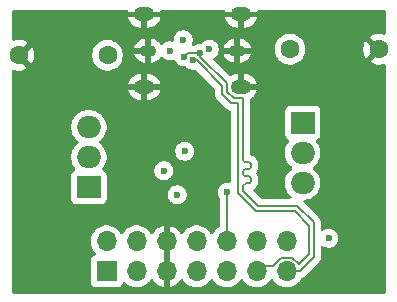
<source format=gbr>
%TF.GenerationSoftware,KiCad,Pcbnew,9.0.0-250-g02b756189b*%
%TF.CreationDate,2025-03-17T22:21:07-05:00*%
%TF.ProjectId,USB-Breakout,5553422d-4272-4656-916b-6f75742e6b69,rev?*%
%TF.SameCoordinates,Original*%
%TF.FileFunction,Copper,L4,Bot*%
%TF.FilePolarity,Positive*%
%FSLAX46Y46*%
G04 Gerber Fmt 4.6, Leading zero omitted, Abs format (unit mm)*
G04 Created by KiCad (PCBNEW 9.0.0-250-g02b756189b) date 2025-03-17 22:21:07*
%MOMM*%
%LPD*%
G01*
G04 APERTURE LIST*
%TA.AperFunction,ComponentPad*%
%ADD10C,1.600000*%
%TD*%
%TA.AperFunction,ComponentPad*%
%ADD11O,1.750000X1.250000*%
%TD*%
%TA.AperFunction,ComponentPad*%
%ADD12O,1.400000X1.000000*%
%TD*%
%TA.AperFunction,ComponentPad*%
%ADD13R,1.700000X1.700000*%
%TD*%
%TA.AperFunction,ComponentPad*%
%ADD14O,1.700000X1.700000*%
%TD*%
%TA.AperFunction,ComponentPad*%
%ADD15R,2.000000X1.905000*%
%TD*%
%TA.AperFunction,ComponentPad*%
%ADD16O,2.000000X1.905000*%
%TD*%
%TA.AperFunction,ViaPad*%
%ADD17C,0.600000*%
%TD*%
%TA.AperFunction,Conductor*%
%ADD18C,0.200000*%
%TD*%
G04 APERTURE END LIST*
D10*
%TO.P,C5,1*%
%TO.N,/CC1*%
X161049000Y-63246000D03*
%TO.P,C5,2*%
%TO.N,GND*%
X168549000Y-63246000D03*
%TD*%
%TO.P,C2,1*%
%TO.N,/CC2*%
X145600000Y-63754000D03*
%TO.P,C2,2*%
%TO.N,GND*%
X138100000Y-63754000D03*
%TD*%
D11*
%TO.P,J2,SH1,SHIELD*%
%TO.N,GND*%
X148716000Y-60303000D03*
%TO.P,J2,SH2,SHIELD__1*%
X156916000Y-60303000D03*
D12*
%TO.P,J2,SH3,SHIELD__2*%
X149041000Y-63373000D03*
%TO.P,J2,SH4,SHIELD__3*%
X156591000Y-63373000D03*
D11*
%TO.P,J2,SH5,SHIELD__4*%
X148716000Y-66443000D03*
%TO.P,J2,SH6,SHIELD__5*%
X156916000Y-66443000D03*
%TD*%
D13*
%TO.P,J1,1,Pin_1*%
%TO.N,+5V*%
X145537000Y-82047000D03*
D14*
%TO.P,J1,2,Pin_2*%
%TO.N,+12V*%
X145537000Y-79507000D03*
%TO.P,J1,3,Pin_3*%
%TO.N,+5V*%
X148077000Y-82047000D03*
%TO.P,J1,4,Pin_4*%
%TO.N,+12V*%
X148077000Y-79507000D03*
%TO.P,J1,5,Pin_5*%
%TO.N,GND*%
X150617000Y-82047000D03*
%TO.P,J1,6,Pin_6*%
X150617000Y-79507000D03*
%TO.P,J1,7,Pin_7*%
%TO.N,/5_EN*%
X153157000Y-82047000D03*
%TO.P,J1,8,Pin_8*%
%TO.N,/12_EN*%
X153157000Y-79507000D03*
%TO.P,J1,9,Pin_9*%
%TO.N,/INT*%
X155697000Y-82047000D03*
%TO.P,J1,10,Pin_10*%
%TO.N,/SDA*%
X155697000Y-79507000D03*
%TO.P,J1,11,Pin_11*%
%TO.N,/D+*%
X158237000Y-82047000D03*
%TO.P,J1,12,Pin_12*%
%TO.N,/SCL*%
X158237000Y-79507000D03*
%TO.P,J1,13,Pin_13*%
%TO.N,/D-*%
X160777000Y-82047000D03*
%TO.P,J1,14,Pin_14*%
%TO.N,+3.3V*%
X160777000Y-79507000D03*
%TD*%
D15*
%TO.P,Q2,1,G*%
%TO.N,/5_EN*%
X162123000Y-69469000D03*
D16*
%TO.P,Q2,2,D*%
%TO.N,+5V*%
X162123000Y-72009000D03*
%TO.P,Q2,3,S*%
%TO.N,VBUS*%
X162123000Y-74549000D03*
%TD*%
D15*
%TO.P,Q1,1,G*%
%TO.N,/12_EN*%
X144018000Y-74930000D03*
D16*
%TO.P,Q1,2,D*%
%TO.N,VBUS*%
X144018000Y-72390000D03*
%TO.P,Q1,3,S*%
%TO.N,+12V*%
X144018000Y-69850000D03*
%TD*%
D17*
%TO.N,+3.3V*%
X152146000Y-71882000D03*
X151511000Y-75565000D03*
%TO.N,GND*%
X153924000Y-69977000D03*
X146812000Y-68453000D03*
X148971000Y-73533000D03*
X149098000Y-68453000D03*
X148717000Y-76073000D03*
X149860000Y-77089000D03*
X155194000Y-73914000D03*
X146558000Y-73406000D03*
%TO.N,/CC1*%
X152015000Y-62434500D03*
%TO.N,+5V*%
X164338000Y-79248000D03*
%TO.N,/D+*%
X152861000Y-64181500D03*
%TO.N,/D-*%
X153463000Y-63580500D03*
X152068000Y-63899400D03*
%TO.N,/SDA*%
X155736000Y-75347200D03*
%TO.N,VBUS*%
X154221500Y-63246000D03*
X150876000Y-63373000D03*
X150368000Y-73533000D03*
%TD*%
D18*
%TO.N,/D+*%
X158687000Y-81597000D02*
X159599000Y-81597000D01*
X155290000Y-67012900D02*
X155290000Y-66327200D01*
X156620000Y-67819000D02*
X156096000Y-67819000D01*
X153144000Y-64181500D02*
X152861000Y-64181500D01*
X160300000Y-80896000D02*
X161254000Y-80896000D01*
X158237000Y-82047000D02*
X158687000Y-81597000D01*
X161813000Y-81455000D02*
X162687000Y-80580800D01*
X162687000Y-78169200D02*
X161451000Y-76933000D01*
X161254000Y-80896000D02*
X161813000Y-81455000D01*
X158149000Y-76933000D02*
X156620000Y-75404200D01*
X159599000Y-81597000D02*
X160300000Y-80896000D01*
X162687000Y-80580800D02*
X162687000Y-78169200D01*
X156096000Y-67819000D02*
X155290000Y-67012900D01*
X161451000Y-76933000D02*
X158149000Y-76933000D01*
X156620000Y-75404200D02*
X156620000Y-67819000D01*
X155290000Y-66327200D02*
X153144000Y-64181500D01*
%TO.N,/D-*%
X153463000Y-63580500D02*
X152387000Y-63580500D01*
X158335000Y-76483000D02*
X161637000Y-76483000D01*
X157526165Y-73411260D02*
X157310000Y-73411260D01*
X157766165Y-74251260D02*
X157766165Y-74371260D01*
X157310000Y-74011260D02*
X157526165Y-74011260D01*
X157070000Y-75217800D02*
X157429302Y-75577159D01*
X157070000Y-74851260D02*
X157070000Y-74971260D01*
X157429302Y-75577159D02*
X158335000Y-76483000D01*
X157310000Y-72811260D02*
X157526165Y-72811260D01*
X153463000Y-63863300D02*
X155740000Y-66140800D01*
X156282000Y-67369000D02*
X156968000Y-67369000D01*
X155740000Y-66826600D02*
X156282000Y-67369000D01*
X163068000Y-80766900D02*
X163068000Y-80836200D01*
X157070000Y-73651260D02*
X157070000Y-73771260D01*
X157070000Y-67470800D02*
X157070000Y-72571260D01*
X161857000Y-82047000D02*
X160777000Y-82047000D01*
X157766165Y-73051260D02*
X157766165Y-73171260D01*
X155740000Y-66140800D02*
X155740000Y-66826600D01*
X163088000Y-78003100D02*
X163088000Y-80746900D01*
X163068000Y-77913800D02*
X163068000Y-77983100D01*
X163088000Y-80746900D02*
X163068000Y-80766900D01*
X156968000Y-67369000D02*
X157070000Y-67470800D01*
X163068000Y-77983100D02*
X163088000Y-78003100D01*
X152387000Y-63580500D02*
X152068000Y-63899400D01*
X157526165Y-74611260D02*
X157310000Y-74611260D01*
X163068000Y-80836200D02*
X161857000Y-82047000D01*
X153463000Y-63580500D02*
X153463000Y-63863300D01*
X161637000Y-76483000D02*
X163068000Y-77913800D01*
X157070000Y-74971260D02*
X157070000Y-75217800D01*
X157766165Y-73171260D02*
G75*
G02*
X157526165Y-73411265I-239965J-40D01*
G01*
X157070000Y-73771260D02*
G75*
G03*
X157310000Y-74011300I240000J-40D01*
G01*
X157526165Y-74011260D02*
G75*
G02*
X157766240Y-74251260I35J-240040D01*
G01*
X157526165Y-72811260D02*
G75*
G02*
X157766240Y-73051260I35J-240040D01*
G01*
X157310000Y-74611260D02*
G75*
G03*
X157069960Y-74851260I0J-240040D01*
G01*
X157070000Y-72571260D02*
G75*
G03*
X157310000Y-72811300I240000J-40D01*
G01*
X157766165Y-74371260D02*
G75*
G02*
X157526165Y-74611265I-239965J-40D01*
G01*
X157310000Y-73411260D02*
G75*
G03*
X157069960Y-73651260I0J-240040D01*
G01*
%TO.N,/SDA*%
X155736000Y-75347200D02*
X155697000Y-75386100D01*
X155697000Y-75386100D02*
X155697000Y-79507000D01*
%TD*%
%TA.AperFunction,Conductor*%
%TO.N,GND*%
G36*
X150867000Y-81613988D02*
G01*
X150809993Y-81581075D01*
X150682826Y-81547000D01*
X150551174Y-81547000D01*
X150424007Y-81581075D01*
X150367000Y-81613988D01*
X150367000Y-79940012D01*
X150424007Y-79972925D01*
X150551174Y-80007000D01*
X150682826Y-80007000D01*
X150809993Y-79972925D01*
X150867000Y-79940012D01*
X150867000Y-81613988D01*
G37*
%TD.AperFunction*%
%TA.AperFunction,Conductor*%
G36*
X147306879Y-59956185D02*
G01*
X147352634Y-60008989D01*
X147357421Y-60042286D01*
X147366572Y-60053000D01*
X148119590Y-60053000D01*
X148069963Y-60138956D01*
X148041000Y-60247048D01*
X148041000Y-60358952D01*
X148069963Y-60467044D01*
X148119590Y-60553000D01*
X147366573Y-60553000D01*
X147368700Y-60566433D01*
X147368703Y-60566446D01*
X147423419Y-60734847D01*
X147423421Y-60734850D01*
X147503813Y-60892629D01*
X147607899Y-61035889D01*
X147733110Y-61161100D01*
X147876370Y-61265186D01*
X148034149Y-61345578D01*
X148034152Y-61345580D01*
X148202560Y-61400298D01*
X148377456Y-61428000D01*
X148466000Y-61428000D01*
X148466000Y-60728000D01*
X148966000Y-60728000D01*
X148966000Y-61428000D01*
X149054544Y-61428000D01*
X149229439Y-61400298D01*
X149397847Y-61345580D01*
X149397850Y-61345578D01*
X149555629Y-61265186D01*
X149698889Y-61161100D01*
X149824100Y-61035889D01*
X149928186Y-60892629D01*
X150008578Y-60734850D01*
X150008580Y-60734847D01*
X150063296Y-60566446D01*
X150063299Y-60566433D01*
X150065427Y-60553000D01*
X149312410Y-60553000D01*
X149362037Y-60467044D01*
X149391000Y-60358952D01*
X149391000Y-60247048D01*
X149362037Y-60138956D01*
X149312410Y-60053000D01*
X150065428Y-60053000D01*
X150074541Y-60042328D01*
X150078643Y-60010601D01*
X150123641Y-59957151D01*
X150190393Y-59936513D01*
X150192160Y-59936500D01*
X155439840Y-59936500D01*
X155506879Y-59956185D01*
X155552634Y-60008989D01*
X155557421Y-60042286D01*
X155566572Y-60053000D01*
X156319590Y-60053000D01*
X156269963Y-60138956D01*
X156241000Y-60247048D01*
X156241000Y-60358952D01*
X156269963Y-60467044D01*
X156319590Y-60553000D01*
X155566573Y-60553000D01*
X155568700Y-60566433D01*
X155568703Y-60566446D01*
X155623419Y-60734847D01*
X155623421Y-60734850D01*
X155703813Y-60892629D01*
X155807899Y-61035889D01*
X155933110Y-61161100D01*
X156076370Y-61265186D01*
X156234149Y-61345578D01*
X156234152Y-61345580D01*
X156402560Y-61400298D01*
X156577456Y-61428000D01*
X156666000Y-61428000D01*
X156666000Y-60728000D01*
X157166000Y-60728000D01*
X157166000Y-61428000D01*
X157254544Y-61428000D01*
X157429439Y-61400298D01*
X157597847Y-61345580D01*
X157597850Y-61345578D01*
X157755629Y-61265186D01*
X157898889Y-61161100D01*
X158024100Y-61035889D01*
X158128186Y-60892629D01*
X158208578Y-60734850D01*
X158208580Y-60734847D01*
X158263296Y-60566446D01*
X158263299Y-60566433D01*
X158265427Y-60553000D01*
X157512410Y-60553000D01*
X157562037Y-60467044D01*
X157591000Y-60358952D01*
X157591000Y-60247048D01*
X157562037Y-60138956D01*
X157512410Y-60053000D01*
X158265428Y-60053000D01*
X158274541Y-60042328D01*
X158278643Y-60010601D01*
X158323641Y-59957151D01*
X158390393Y-59936513D01*
X158392160Y-59936500D01*
X169028500Y-59936500D01*
X169095539Y-59956185D01*
X169141294Y-60008989D01*
X169152500Y-60060500D01*
X169152500Y-61904516D01*
X169132815Y-61971555D01*
X169080011Y-62017310D01*
X169010853Y-62027254D01*
X168990182Y-62022447D01*
X168853419Y-61978010D01*
X168651317Y-61946000D01*
X168446683Y-61946000D01*
X168244582Y-61978009D01*
X168049968Y-62041244D01*
X167867644Y-62134143D01*
X167823077Y-62166523D01*
X167823077Y-62166524D01*
X168502553Y-62846000D01*
X168496339Y-62846000D01*
X168394606Y-62873259D01*
X168303394Y-62925920D01*
X168228920Y-63000394D01*
X168176259Y-63091606D01*
X168149000Y-63193339D01*
X168149000Y-63199553D01*
X167469524Y-62520077D01*
X167469523Y-62520077D01*
X167437143Y-62564644D01*
X167344244Y-62746968D01*
X167281009Y-62941582D01*
X167249000Y-63143682D01*
X167249000Y-63348317D01*
X167281009Y-63550417D01*
X167344244Y-63745031D01*
X167437141Y-63927350D01*
X167437147Y-63927359D01*
X167469523Y-63971921D01*
X167469524Y-63971922D01*
X168149000Y-63292446D01*
X168149000Y-63298661D01*
X168176259Y-63400394D01*
X168228920Y-63491606D01*
X168303394Y-63566080D01*
X168394606Y-63618741D01*
X168496339Y-63646000D01*
X168502552Y-63646000D01*
X167823076Y-64325474D01*
X167867650Y-64357859D01*
X168049968Y-64450755D01*
X168244582Y-64513990D01*
X168446683Y-64546000D01*
X168651317Y-64546000D01*
X168853417Y-64513990D01*
X168990181Y-64469552D01*
X169060022Y-64467557D01*
X169119855Y-64503637D01*
X169150684Y-64566337D01*
X169152500Y-64587483D01*
X169152500Y-83811500D01*
X169132815Y-83878539D01*
X169080011Y-83924294D01*
X169028500Y-83935500D01*
X137657500Y-83935500D01*
X137590461Y-83915815D01*
X137544706Y-83863011D01*
X137533500Y-83811500D01*
X137533500Y-79400713D01*
X144186500Y-79400713D01*
X144186500Y-79613286D01*
X144209466Y-79758292D01*
X144219754Y-79823243D01*
X144282949Y-80017737D01*
X144285444Y-80025414D01*
X144381951Y-80214820D01*
X144506890Y-80386786D01*
X144620430Y-80500326D01*
X144653915Y-80561649D01*
X144648931Y-80631341D01*
X144607059Y-80687274D01*
X144576083Y-80704189D01*
X144444669Y-80753203D01*
X144444664Y-80753206D01*
X144329455Y-80839452D01*
X144329452Y-80839455D01*
X144243206Y-80954664D01*
X144243202Y-80954671D01*
X144192908Y-81089517D01*
X144186501Y-81149116D01*
X144186500Y-81149135D01*
X144186500Y-82944870D01*
X144186501Y-82944876D01*
X144192908Y-83004483D01*
X144243202Y-83139328D01*
X144243206Y-83139335D01*
X144329452Y-83254544D01*
X144329455Y-83254547D01*
X144444664Y-83340793D01*
X144444671Y-83340797D01*
X144579517Y-83391091D01*
X144579516Y-83391091D01*
X144586444Y-83391835D01*
X144639127Y-83397500D01*
X146434872Y-83397499D01*
X146494483Y-83391091D01*
X146629331Y-83340796D01*
X146744546Y-83254546D01*
X146830796Y-83139331D01*
X146879810Y-83007916D01*
X146921681Y-82951984D01*
X146987145Y-82927566D01*
X147055418Y-82942417D01*
X147083673Y-82963569D01*
X147197213Y-83077109D01*
X147369179Y-83202048D01*
X147369181Y-83202049D01*
X147369184Y-83202051D01*
X147558588Y-83298557D01*
X147760757Y-83364246D01*
X147970713Y-83397500D01*
X147970714Y-83397500D01*
X148183286Y-83397500D01*
X148183287Y-83397500D01*
X148393243Y-83364246D01*
X148595412Y-83298557D01*
X148784816Y-83202051D01*
X148871138Y-83139335D01*
X148956786Y-83077109D01*
X148956788Y-83077106D01*
X148956792Y-83077104D01*
X149107104Y-82926792D01*
X149107106Y-82926788D01*
X149107109Y-82926786D01*
X149174515Y-82834007D01*
X149232051Y-82754816D01*
X149236793Y-82745508D01*
X149284763Y-82694711D01*
X149352583Y-82677911D01*
X149418719Y-82700445D01*
X149457763Y-82745500D01*
X149462377Y-82754555D01*
X149587272Y-82926459D01*
X149587276Y-82926464D01*
X149737535Y-83076723D01*
X149737540Y-83076727D01*
X149909442Y-83201620D01*
X150098782Y-83298095D01*
X150300871Y-83363757D01*
X150367000Y-83374231D01*
X150367000Y-82480012D01*
X150424007Y-82512925D01*
X150551174Y-82547000D01*
X150682826Y-82547000D01*
X150809993Y-82512925D01*
X150867000Y-82480012D01*
X150867000Y-83374230D01*
X150933126Y-83363757D01*
X150933129Y-83363757D01*
X151135217Y-83298095D01*
X151324557Y-83201620D01*
X151496459Y-83076727D01*
X151496464Y-83076723D01*
X151646723Y-82926464D01*
X151646727Y-82926459D01*
X151771620Y-82754558D01*
X151776232Y-82745507D01*
X151824205Y-82694709D01*
X151892025Y-82677912D01*
X151958161Y-82700447D01*
X151997204Y-82745504D01*
X152001949Y-82754817D01*
X152126890Y-82926786D01*
X152277213Y-83077109D01*
X152449179Y-83202048D01*
X152449181Y-83202049D01*
X152449184Y-83202051D01*
X152638588Y-83298557D01*
X152840757Y-83364246D01*
X153050713Y-83397500D01*
X153050714Y-83397500D01*
X153263286Y-83397500D01*
X153263287Y-83397500D01*
X153473243Y-83364246D01*
X153675412Y-83298557D01*
X153864816Y-83202051D01*
X153951138Y-83139335D01*
X154036786Y-83077109D01*
X154036788Y-83077106D01*
X154036792Y-83077104D01*
X154187104Y-82926792D01*
X154187106Y-82926788D01*
X154187109Y-82926786D01*
X154312048Y-82754820D01*
X154312047Y-82754820D01*
X154312051Y-82754816D01*
X154316514Y-82746054D01*
X154364488Y-82695259D01*
X154432308Y-82678463D01*
X154498444Y-82700999D01*
X154537486Y-82746056D01*
X154541951Y-82754820D01*
X154666890Y-82926786D01*
X154817213Y-83077109D01*
X154989179Y-83202048D01*
X154989181Y-83202049D01*
X154989184Y-83202051D01*
X155178588Y-83298557D01*
X155380757Y-83364246D01*
X155590713Y-83397500D01*
X155590714Y-83397500D01*
X155803286Y-83397500D01*
X155803287Y-83397500D01*
X156013243Y-83364246D01*
X156215412Y-83298557D01*
X156404816Y-83202051D01*
X156491138Y-83139335D01*
X156576786Y-83077109D01*
X156576788Y-83077106D01*
X156576792Y-83077104D01*
X156727104Y-82926792D01*
X156727106Y-82926788D01*
X156727109Y-82926786D01*
X156852048Y-82754820D01*
X156852047Y-82754820D01*
X156852051Y-82754816D01*
X156856514Y-82746054D01*
X156904488Y-82695259D01*
X156972308Y-82678463D01*
X157038444Y-82700999D01*
X157077486Y-82746056D01*
X157081951Y-82754820D01*
X157206890Y-82926786D01*
X157357213Y-83077109D01*
X157529179Y-83202048D01*
X157529181Y-83202049D01*
X157529184Y-83202051D01*
X157718588Y-83298557D01*
X157920757Y-83364246D01*
X158130713Y-83397500D01*
X158130714Y-83397500D01*
X158343286Y-83397500D01*
X158343287Y-83397500D01*
X158553243Y-83364246D01*
X158755412Y-83298557D01*
X158944816Y-83202051D01*
X159031138Y-83139335D01*
X159116786Y-83077109D01*
X159116788Y-83077106D01*
X159116792Y-83077104D01*
X159267104Y-82926792D01*
X159267106Y-82926788D01*
X159267109Y-82926786D01*
X159392048Y-82754820D01*
X159392047Y-82754820D01*
X159392051Y-82754816D01*
X159396514Y-82746054D01*
X159444488Y-82695259D01*
X159512308Y-82678463D01*
X159578444Y-82700999D01*
X159617486Y-82746056D01*
X159621951Y-82754820D01*
X159746890Y-82926786D01*
X159897213Y-83077109D01*
X160069179Y-83202048D01*
X160069181Y-83202049D01*
X160069184Y-83202051D01*
X160258588Y-83298557D01*
X160460757Y-83364246D01*
X160670713Y-83397500D01*
X160670714Y-83397500D01*
X160883286Y-83397500D01*
X160883287Y-83397500D01*
X161093243Y-83364246D01*
X161295412Y-83298557D01*
X161484816Y-83202051D01*
X161571138Y-83139335D01*
X161656786Y-83077109D01*
X161656788Y-83077106D01*
X161656792Y-83077104D01*
X161807104Y-82926792D01*
X161807106Y-82926788D01*
X161807109Y-82926786D01*
X161865313Y-82846672D01*
X161932051Y-82754816D01*
X161969678Y-82680967D01*
X161992883Y-82656396D01*
X162015632Y-82631377D01*
X162017110Y-82630743D01*
X162017649Y-82630174D01*
X162048072Y-82617488D01*
X162087553Y-82606913D01*
X162088640Y-82606637D01*
X162088730Y-82606598D01*
X162088738Y-82606596D01*
X162088744Y-82606591D01*
X162088773Y-82606579D01*
X162088784Y-82606577D01*
X162088798Y-82606568D01*
X162088967Y-82606496D01*
X162090197Y-82605761D01*
X162160281Y-82565298D01*
X162160290Y-82565293D01*
X162193097Y-82546355D01*
X162224496Y-82528230D01*
X162225585Y-82527621D01*
X162225671Y-82527552D01*
X162225676Y-82527550D01*
X162225679Y-82527546D01*
X162225705Y-82527525D01*
X162225716Y-82527520D01*
X162225728Y-82527507D01*
X162225863Y-82527401D01*
X162226787Y-82526448D01*
X162286078Y-82467157D01*
X163436693Y-81316732D01*
X163436716Y-81316720D01*
X163494126Y-81259309D01*
X163547519Y-81205926D01*
X163548471Y-81204998D01*
X163548516Y-81204919D01*
X163548520Y-81204916D01*
X163590049Y-81132984D01*
X163627557Y-81068031D01*
X163627558Y-81068023D01*
X163627570Y-81068004D01*
X163627574Y-81067988D01*
X163627577Y-81067984D01*
X163648037Y-80991622D01*
X163648039Y-80991622D01*
X163648039Y-80991612D01*
X163668494Y-80915307D01*
X163668494Y-80915296D01*
X163668498Y-80915261D01*
X163668500Y-80915257D01*
X163668500Y-80915251D01*
X163668517Y-80915124D01*
X163668557Y-80914824D01*
X163669599Y-80907050D01*
X163669796Y-80907076D01*
X163672725Y-80884831D01*
X163688500Y-80825958D01*
X163688500Y-80667843D01*
X163688500Y-80008759D01*
X163708185Y-79941720D01*
X163760989Y-79895965D01*
X163830147Y-79886021D01*
X163881391Y-79905657D01*
X163958821Y-79957394D01*
X163958823Y-79957395D01*
X163958827Y-79957397D01*
X164078581Y-80007000D01*
X164104503Y-80017737D01*
X164259153Y-80048499D01*
X164259156Y-80048500D01*
X164259158Y-80048500D01*
X164416844Y-80048500D01*
X164416845Y-80048499D01*
X164571497Y-80017737D01*
X164717179Y-79957394D01*
X164848289Y-79869789D01*
X164959789Y-79758289D01*
X165047394Y-79627179D01*
X165107737Y-79481497D01*
X165138500Y-79326842D01*
X165138500Y-79169158D01*
X165138500Y-79169155D01*
X165138499Y-79169153D01*
X165126116Y-79106901D01*
X165107737Y-79014503D01*
X165097003Y-78988588D01*
X165047397Y-78868827D01*
X165047390Y-78868814D01*
X164959789Y-78737711D01*
X164959786Y-78737707D01*
X164848292Y-78626213D01*
X164848288Y-78626210D01*
X164717185Y-78538609D01*
X164717172Y-78538602D01*
X164571501Y-78478264D01*
X164571489Y-78478261D01*
X164416845Y-78447500D01*
X164416842Y-78447500D01*
X164259158Y-78447500D01*
X164259155Y-78447500D01*
X164104510Y-78478261D01*
X164104498Y-78478264D01*
X163958827Y-78538602D01*
X163958809Y-78538612D01*
X163881390Y-78590342D01*
X163814713Y-78611220D01*
X163747333Y-78592735D01*
X163700643Y-78540756D01*
X163688500Y-78487240D01*
X163688500Y-77924045D01*
X163688499Y-77924041D01*
X163672725Y-77865168D01*
X163669763Y-77842739D01*
X163669557Y-77842767D01*
X163669524Y-77842520D01*
X163669507Y-77842523D01*
X163669502Y-77842484D01*
X163669485Y-77842222D01*
X163668500Y-77834748D01*
X163668500Y-77834743D01*
X163668498Y-77834737D01*
X163668495Y-77834710D01*
X163668495Y-77834701D01*
X163648073Y-77758510D01*
X163627577Y-77682016D01*
X163627575Y-77682012D01*
X163627562Y-77681980D01*
X163591774Y-77620003D01*
X163591775Y-77620002D01*
X163591770Y-77619996D01*
X163548520Y-77545084D01*
X163548518Y-77545082D01*
X163548513Y-77545073D01*
X163548501Y-77545058D01*
X163495997Y-77492561D01*
X163430914Y-77427478D01*
X163430835Y-77427409D01*
X163416944Y-77413520D01*
X162215573Y-76212317D01*
X162182085Y-76150998D01*
X162187064Y-76081306D01*
X162228932Y-76025369D01*
X162283851Y-76002158D01*
X162284849Y-76002000D01*
X162284854Y-76002000D01*
X162510745Y-75966222D01*
X162510748Y-75966221D01*
X162510749Y-75966221D01*
X162728255Y-75895549D01*
X162728255Y-75895548D01*
X162728258Y-75895548D01*
X162932038Y-75791717D01*
X163117066Y-75657286D01*
X163278786Y-75495566D01*
X163413217Y-75310538D01*
X163517048Y-75106758D01*
X163543893Y-75024137D01*
X163587721Y-74889249D01*
X163587721Y-74889248D01*
X163587722Y-74889245D01*
X163623500Y-74663354D01*
X163623500Y-74434646D01*
X163587722Y-74208755D01*
X163587721Y-74208751D01*
X163587721Y-74208750D01*
X163517049Y-73991244D01*
X163485658Y-73929635D01*
X163413217Y-73787462D01*
X163278786Y-73602434D01*
X163117066Y-73440714D01*
X163032559Y-73379316D01*
X162989896Y-73323988D01*
X162983917Y-73254375D01*
X163016523Y-73192580D01*
X163032556Y-73178685D01*
X163117066Y-73117286D01*
X163278786Y-72955566D01*
X163413217Y-72770538D01*
X163517048Y-72566758D01*
X163571774Y-72398329D01*
X163587721Y-72349249D01*
X163587721Y-72349248D01*
X163587722Y-72349245D01*
X163623500Y-72123354D01*
X163623500Y-71894646D01*
X163587722Y-71668755D01*
X163587721Y-71668751D01*
X163587721Y-71668750D01*
X163517049Y-71451244D01*
X163430670Y-71281716D01*
X163413217Y-71247462D01*
X163280472Y-71064755D01*
X163256994Y-70998953D01*
X163272819Y-70930899D01*
X163322925Y-70882204D01*
X163337455Y-70875692D01*
X163365331Y-70865296D01*
X163480546Y-70779046D01*
X163566796Y-70663831D01*
X163617091Y-70528983D01*
X163623500Y-70469373D01*
X163623499Y-68468628D01*
X163617091Y-68409017D01*
X163613003Y-68398057D01*
X163566797Y-68274171D01*
X163566793Y-68274164D01*
X163480547Y-68158955D01*
X163480544Y-68158952D01*
X163365335Y-68072706D01*
X163365328Y-68072702D01*
X163230482Y-68022408D01*
X163230483Y-68022408D01*
X163170883Y-68016001D01*
X163170881Y-68016000D01*
X163170873Y-68016000D01*
X163170864Y-68016000D01*
X161075129Y-68016000D01*
X161075123Y-68016001D01*
X161015516Y-68022408D01*
X160880671Y-68072702D01*
X160880664Y-68072706D01*
X160765455Y-68158952D01*
X160765452Y-68158955D01*
X160679206Y-68274164D01*
X160679202Y-68274171D01*
X160628908Y-68409017D01*
X160626446Y-68431922D01*
X160622501Y-68468623D01*
X160622500Y-68468635D01*
X160622500Y-70469370D01*
X160622501Y-70469376D01*
X160628908Y-70528983D01*
X160679202Y-70663828D01*
X160679206Y-70663835D01*
X160765452Y-70779044D01*
X160765455Y-70779047D01*
X160880664Y-70865293D01*
X160880669Y-70865296D01*
X160908539Y-70875690D01*
X160964473Y-70917561D01*
X160988891Y-70983024D01*
X160974040Y-71051298D01*
X160965525Y-71064759D01*
X160832783Y-71247461D01*
X160728950Y-71451244D01*
X160658278Y-71668750D01*
X160658278Y-71668753D01*
X160622500Y-71894646D01*
X160622500Y-72123353D01*
X160658278Y-72349246D01*
X160658278Y-72349249D01*
X160728950Y-72566755D01*
X160741506Y-72591397D01*
X160832783Y-72770538D01*
X160967214Y-72955566D01*
X161128934Y-73117286D01*
X161179220Y-73153821D01*
X161213438Y-73178682D01*
X161256103Y-73234013D01*
X161262082Y-73303626D01*
X161229476Y-73365421D01*
X161213438Y-73379318D01*
X161128932Y-73440715D01*
X160967216Y-73602431D01*
X160967216Y-73602432D01*
X160967214Y-73602434D01*
X160938216Y-73642346D01*
X160832783Y-73787461D01*
X160728950Y-73991244D01*
X160658278Y-74208750D01*
X160658278Y-74208753D01*
X160622500Y-74434646D01*
X160622500Y-74663353D01*
X160658278Y-74889246D01*
X160658278Y-74889249D01*
X160728950Y-75106755D01*
X160778708Y-75204410D01*
X160832783Y-75310538D01*
X160967214Y-75495566D01*
X160967216Y-75495568D01*
X161128934Y-75657286D01*
X161130169Y-75658183D01*
X161130524Y-75658643D01*
X161132639Y-75660450D01*
X161132259Y-75660894D01*
X161172834Y-75713514D01*
X161178812Y-75783127D01*
X161146205Y-75844922D01*
X161085365Y-75879278D01*
X161057282Y-75882500D01*
X158635131Y-75882500D01*
X158568092Y-75862815D01*
X158547443Y-75846174D01*
X157967095Y-75265735D01*
X157933615Y-75204410D01*
X157938605Y-75134718D01*
X157980480Y-75078788D01*
X157985849Y-75074988D01*
X158061959Y-75024137D01*
X158179048Y-74907046D01*
X158271038Y-74769358D01*
X158334393Y-74616367D01*
X158366678Y-74453955D01*
X158366665Y-74371160D01*
X158366665Y-74370740D01*
X158366665Y-74331768D01*
X158366677Y-74331557D01*
X158366675Y-74324078D01*
X158366677Y-74324074D01*
X158366673Y-74302602D01*
X158366748Y-74302345D01*
X158366738Y-74242397D01*
X158366726Y-74168375D01*
X158334399Y-74005992D01*
X158271013Y-73853036D01*
X158222287Y-73780136D01*
X158201399Y-73713466D01*
X158219873Y-73646082D01*
X158222274Y-73642346D01*
X158237235Y-73619954D01*
X158271038Y-73569358D01*
X158334393Y-73416367D01*
X158366678Y-73253955D01*
X158366665Y-73171160D01*
X158366665Y-73170740D01*
X158366665Y-73131768D01*
X158366677Y-73131557D01*
X158366675Y-73124078D01*
X158366677Y-73124074D01*
X158366673Y-73102602D01*
X158366748Y-73102345D01*
X158366726Y-72968374D01*
X158366725Y-72968371D01*
X158362621Y-72947758D01*
X158334399Y-72805992D01*
X158271013Y-72653036D01*
X158270145Y-72651738D01*
X158179006Y-72515384D01*
X158179001Y-72515378D01*
X158061914Y-72398329D01*
X158061912Y-72398327D01*
X157924232Y-72306362D01*
X157909452Y-72300242D01*
X157771259Y-72243026D01*
X157771257Y-72243025D01*
X157770310Y-72242837D01*
X157769861Y-72242602D01*
X157765433Y-72241260D01*
X157765687Y-72240419D01*
X157708399Y-72210452D01*
X157673824Y-72149737D01*
X157670500Y-72121219D01*
X157670500Y-67557740D01*
X157670513Y-67549511D01*
X157670578Y-67549268D01*
X157670553Y-67524323D01*
X157680420Y-67490914D01*
X157690170Y-67457588D01*
X157690298Y-67457471D01*
X157690344Y-67457317D01*
X157693051Y-67454978D01*
X157738261Y-67414036D01*
X157755627Y-67405187D01*
X157898889Y-67301100D01*
X158024100Y-67175889D01*
X158128186Y-67032629D01*
X158208578Y-66874850D01*
X158208580Y-66874847D01*
X158263296Y-66706446D01*
X158263299Y-66706433D01*
X158265427Y-66693000D01*
X157512410Y-66693000D01*
X157562037Y-66607044D01*
X157591000Y-66498952D01*
X157591000Y-66387048D01*
X157562037Y-66278956D01*
X157512410Y-66193000D01*
X158265427Y-66193000D01*
X158263299Y-66179566D01*
X158263296Y-66179553D01*
X158208580Y-66011152D01*
X158208578Y-66011149D01*
X158128186Y-65853370D01*
X158024100Y-65710110D01*
X157898889Y-65584899D01*
X157755629Y-65480813D01*
X157597850Y-65400421D01*
X157597847Y-65400419D01*
X157429439Y-65345701D01*
X157254544Y-65318000D01*
X157166000Y-65318000D01*
X157166000Y-66018000D01*
X156666000Y-66018000D01*
X156666000Y-65318000D01*
X156577456Y-65318000D01*
X156402560Y-65345701D01*
X156234152Y-65400419D01*
X156234149Y-65400421D01*
X156076362Y-65480817D01*
X156072215Y-65483359D01*
X156071589Y-65482338D01*
X156011046Y-65503930D01*
X155942995Y-65488095D01*
X155916294Y-65467803D01*
X154589714Y-64140933D01*
X154556236Y-64079606D01*
X154561228Y-64009915D01*
X154603105Y-63953986D01*
X154608514Y-63950159D01*
X154671019Y-63908394D01*
X154731789Y-63867789D01*
X154843289Y-63756289D01*
X154930894Y-63625179D01*
X154941487Y-63599606D01*
X154965258Y-63542217D01*
X154991235Y-63479501D01*
X154991237Y-63479497D01*
X155022000Y-63324842D01*
X155022000Y-63167158D01*
X155021999Y-63167150D01*
X155013217Y-63123000D01*
X155421138Y-63123000D01*
X156224012Y-63123000D01*
X156206795Y-63132940D01*
X156150940Y-63188795D01*
X156111444Y-63257204D01*
X156091000Y-63333504D01*
X156091000Y-63412496D01*
X156111444Y-63488796D01*
X156150940Y-63557205D01*
X156206795Y-63613060D01*
X156224012Y-63623000D01*
X155421138Y-63623000D01*
X155429430Y-63664690D01*
X155429430Y-63664692D01*
X155504807Y-63846671D01*
X155504814Y-63846684D01*
X155614248Y-64010462D01*
X155614251Y-64010466D01*
X155753533Y-64149748D01*
X155753537Y-64149751D01*
X155917315Y-64259185D01*
X155917328Y-64259192D01*
X156099306Y-64334569D01*
X156099318Y-64334572D01*
X156292504Y-64372999D01*
X156292508Y-64373000D01*
X156341000Y-64373000D01*
X156341000Y-63670185D01*
X156351504Y-63673000D01*
X156830496Y-63673000D01*
X156841000Y-63670185D01*
X156841000Y-64373000D01*
X156889492Y-64373000D01*
X156889495Y-64372999D01*
X157082681Y-64334572D01*
X157082693Y-64334569D01*
X157264671Y-64259192D01*
X157264684Y-64259185D01*
X157428462Y-64149751D01*
X157428466Y-64149748D01*
X157567748Y-64010466D01*
X157567751Y-64010462D01*
X157677185Y-63846684D01*
X157677192Y-63846671D01*
X157752569Y-63664692D01*
X157752569Y-63664690D01*
X157760862Y-63623000D01*
X156957988Y-63623000D01*
X156975205Y-63613060D01*
X157031060Y-63557205D01*
X157070556Y-63488796D01*
X157091000Y-63412496D01*
X157091000Y-63333504D01*
X157070556Y-63257204D01*
X157031060Y-63188795D01*
X156985913Y-63143648D01*
X159748500Y-63143648D01*
X159748500Y-63348351D01*
X159780522Y-63550534D01*
X159843781Y-63745223D01*
X159875086Y-63806661D01*
X159936585Y-63927359D01*
X159936715Y-63927613D01*
X160057028Y-64093213D01*
X160201786Y-64237971D01*
X160334749Y-64334572D01*
X160367390Y-64358287D01*
X160468270Y-64409688D01*
X160549776Y-64451218D01*
X160549778Y-64451218D01*
X160549781Y-64451220D01*
X160638114Y-64479921D01*
X160744465Y-64514477D01*
X160786824Y-64521186D01*
X160946648Y-64546500D01*
X160946649Y-64546500D01*
X161151351Y-64546500D01*
X161151352Y-64546500D01*
X161353534Y-64514477D01*
X161548219Y-64451220D01*
X161730610Y-64358287D01*
X161867004Y-64259192D01*
X161896213Y-64237971D01*
X161896215Y-64237968D01*
X161896219Y-64237966D01*
X162040966Y-64093219D01*
X162040968Y-64093215D01*
X162040971Y-64093213D01*
X162112481Y-63994786D01*
X162161287Y-63927610D01*
X162254220Y-63745219D01*
X162317477Y-63550534D01*
X162349500Y-63348352D01*
X162349500Y-63143648D01*
X162331195Y-63028076D01*
X162317477Y-62941465D01*
X162266626Y-62784964D01*
X162254220Y-62746781D01*
X162254218Y-62746778D01*
X162254218Y-62746776D01*
X162217403Y-62674523D01*
X162161287Y-62564390D01*
X162150283Y-62549244D01*
X162040971Y-62398786D01*
X161896213Y-62254028D01*
X161730613Y-62133715D01*
X161730612Y-62133714D01*
X161730610Y-62133713D01*
X161673653Y-62104691D01*
X161548223Y-62040781D01*
X161353534Y-61977522D01*
X161178995Y-61949878D01*
X161151352Y-61945500D01*
X160946648Y-61945500D01*
X160922329Y-61949351D01*
X160744465Y-61977522D01*
X160549776Y-62040781D01*
X160367386Y-62133715D01*
X160201786Y-62254028D01*
X160057028Y-62398786D01*
X159936715Y-62564386D01*
X159843781Y-62746776D01*
X159780522Y-62941465D01*
X159748500Y-63143648D01*
X156985913Y-63143648D01*
X156975205Y-63132940D01*
X156957988Y-63123000D01*
X157760863Y-63123000D01*
X157752570Y-63081311D01*
X157752569Y-63081307D01*
X157677192Y-62899328D01*
X157677185Y-62899315D01*
X157567751Y-62735537D01*
X157567748Y-62735533D01*
X157428466Y-62596251D01*
X157428462Y-62596248D01*
X157264684Y-62486814D01*
X157264671Y-62486807D01*
X157082693Y-62411430D01*
X157082681Y-62411427D01*
X156889495Y-62373000D01*
X156841000Y-62373000D01*
X156841000Y-63075814D01*
X156830496Y-63073000D01*
X156351504Y-63073000D01*
X156341000Y-63075814D01*
X156341000Y-62373000D01*
X156292504Y-62373000D01*
X156099318Y-62411427D01*
X156099306Y-62411430D01*
X155917328Y-62486807D01*
X155917315Y-62486814D01*
X155753537Y-62596248D01*
X155753533Y-62596251D01*
X155614251Y-62735533D01*
X155614248Y-62735537D01*
X155504814Y-62899315D01*
X155504807Y-62899328D01*
X155429430Y-63081307D01*
X155429430Y-63081309D01*
X155421138Y-63123000D01*
X155013217Y-63123000D01*
X154994335Y-63028077D01*
X154991237Y-63012503D01*
X154977537Y-62979428D01*
X154930897Y-62866827D01*
X154930890Y-62866814D01*
X154843289Y-62735711D01*
X154843286Y-62735707D01*
X154731792Y-62624213D01*
X154731788Y-62624210D01*
X154600685Y-62536609D01*
X154600672Y-62536602D01*
X154455001Y-62476264D01*
X154454989Y-62476261D01*
X154300345Y-62445500D01*
X154300342Y-62445500D01*
X154142658Y-62445500D01*
X154142655Y-62445500D01*
X153988010Y-62476261D01*
X153987998Y-62476264D01*
X153842327Y-62536602D01*
X153842314Y-62536609D01*
X153711212Y-62624209D01*
X153676687Y-62658735D01*
X153599711Y-62735711D01*
X153599709Y-62735713D01*
X153595405Y-62740018D01*
X153594312Y-62738925D01*
X153542827Y-62773998D01*
X153504717Y-62780000D01*
X153384155Y-62780000D01*
X153229510Y-62810761D01*
X153229498Y-62810764D01*
X153083827Y-62871102D01*
X153083814Y-62871109D01*
X152952125Y-62959102D01*
X152934078Y-62964752D01*
X152918169Y-62974977D01*
X152887207Y-62979428D01*
X152885447Y-62979980D01*
X152883234Y-62980000D01*
X152841081Y-62980000D01*
X152774042Y-62960315D01*
X152728287Y-62907511D01*
X152718343Y-62838353D01*
X152726520Y-62808548D01*
X152784735Y-62668001D01*
X152784737Y-62667997D01*
X152815500Y-62513342D01*
X152815500Y-62355658D01*
X152815500Y-62355655D01*
X152815499Y-62355653D01*
X152784737Y-62201003D01*
X152784735Y-62200998D01*
X152724397Y-62055327D01*
X152724390Y-62055314D01*
X152636789Y-61924211D01*
X152636786Y-61924207D01*
X152525292Y-61812713D01*
X152525288Y-61812710D01*
X152394185Y-61725109D01*
X152394172Y-61725102D01*
X152248501Y-61664764D01*
X152248489Y-61664761D01*
X152093845Y-61634000D01*
X152093842Y-61634000D01*
X151936158Y-61634000D01*
X151936155Y-61634000D01*
X151781510Y-61664761D01*
X151781498Y-61664764D01*
X151635827Y-61725102D01*
X151635814Y-61725109D01*
X151504711Y-61812710D01*
X151504707Y-61812713D01*
X151393213Y-61924207D01*
X151393210Y-61924211D01*
X151305609Y-62055314D01*
X151305602Y-62055327D01*
X151245264Y-62200998D01*
X151245261Y-62201010D01*
X151214500Y-62355653D01*
X151214500Y-62473054D01*
X151194815Y-62540093D01*
X151142011Y-62585848D01*
X151072853Y-62595792D01*
X151066309Y-62594671D01*
X150954846Y-62572500D01*
X150954842Y-62572500D01*
X150797158Y-62572500D01*
X150797155Y-62572500D01*
X150642510Y-62603261D01*
X150642498Y-62603264D01*
X150496827Y-62663602D01*
X150496814Y-62663609D01*
X150365711Y-62751210D01*
X150270242Y-62846679D01*
X150208918Y-62880163D01*
X150139227Y-62875179D01*
X150083294Y-62833307D01*
X150079459Y-62827888D01*
X150017751Y-62735537D01*
X150017748Y-62735533D01*
X149878466Y-62596251D01*
X149878462Y-62596248D01*
X149714684Y-62486814D01*
X149714671Y-62486807D01*
X149532693Y-62411430D01*
X149532681Y-62411427D01*
X149339495Y-62373000D01*
X149291000Y-62373000D01*
X149291000Y-63075814D01*
X149280496Y-63073000D01*
X148801504Y-63073000D01*
X148791000Y-63075814D01*
X148791000Y-62373000D01*
X148742504Y-62373000D01*
X148549318Y-62411427D01*
X148549306Y-62411430D01*
X148367328Y-62486807D01*
X148367315Y-62486814D01*
X148203537Y-62596248D01*
X148203533Y-62596251D01*
X148064251Y-62735533D01*
X148064248Y-62735537D01*
X147954814Y-62899315D01*
X147954807Y-62899328D01*
X147879430Y-63081307D01*
X147879430Y-63081309D01*
X147871138Y-63123000D01*
X148674012Y-63123000D01*
X148656795Y-63132940D01*
X148600940Y-63188795D01*
X148561444Y-63257204D01*
X148541000Y-63333504D01*
X148541000Y-63412496D01*
X148561444Y-63488796D01*
X148600940Y-63557205D01*
X148656795Y-63613060D01*
X148674012Y-63623000D01*
X147871138Y-63623000D01*
X147879430Y-63664690D01*
X147879430Y-63664692D01*
X147954807Y-63846671D01*
X147954814Y-63846684D01*
X148064248Y-64010462D01*
X148064251Y-64010466D01*
X148203533Y-64149748D01*
X148203537Y-64149751D01*
X148367315Y-64259185D01*
X148367328Y-64259192D01*
X148549306Y-64334569D01*
X148549318Y-64334572D01*
X148742504Y-64372999D01*
X148742508Y-64373000D01*
X148791000Y-64373000D01*
X148791000Y-63670185D01*
X148801504Y-63673000D01*
X149280496Y-63673000D01*
X149291000Y-63670185D01*
X149291000Y-64373000D01*
X149339492Y-64373000D01*
X149339495Y-64372999D01*
X149532681Y-64334572D01*
X149532693Y-64334569D01*
X149714671Y-64259192D01*
X149714684Y-64259185D01*
X149878462Y-64149751D01*
X149878466Y-64149748D01*
X150017749Y-64010465D01*
X150079457Y-63918111D01*
X150133069Y-63873306D01*
X150202394Y-63864597D01*
X150265421Y-63894751D01*
X150270241Y-63899320D01*
X150365707Y-63994786D01*
X150365711Y-63994789D01*
X150496814Y-64082390D01*
X150496827Y-64082397D01*
X150618747Y-64132897D01*
X150642503Y-64142737D01*
X150797153Y-64173499D01*
X150797156Y-64173500D01*
X150797158Y-64173500D01*
X150954844Y-64173500D01*
X150954845Y-64173499D01*
X151109497Y-64142737D01*
X151159537Y-64122009D01*
X151229006Y-64114541D01*
X151291485Y-64145816D01*
X151321550Y-64189118D01*
X151358604Y-64278576D01*
X151358609Y-64278585D01*
X151446210Y-64409688D01*
X151446213Y-64409692D01*
X151557707Y-64521186D01*
X151557711Y-64521189D01*
X151688814Y-64608790D01*
X151688827Y-64608797D01*
X151834498Y-64669135D01*
X151834503Y-64669137D01*
X151948382Y-64691789D01*
X151989153Y-64699899D01*
X151989156Y-64699900D01*
X151989158Y-64699900D01*
X152146842Y-64699900D01*
X152165643Y-64696160D01*
X152235234Y-64702386D01*
X152277517Y-64730096D01*
X152350707Y-64803286D01*
X152350711Y-64803289D01*
X152481814Y-64890890D01*
X152481827Y-64890897D01*
X152627498Y-64951235D01*
X152627503Y-64951237D01*
X152748777Y-64975360D01*
X152782153Y-64981999D01*
X152782156Y-64982000D01*
X152782158Y-64982000D01*
X152939842Y-64982000D01*
X153004520Y-64969134D01*
X153074108Y-64975360D01*
X153116383Y-65003063D01*
X154432505Y-66319000D01*
X154653175Y-66539639D01*
X154686664Y-66600959D01*
X154689500Y-66627326D01*
X154689500Y-67000284D01*
X154689495Y-67091920D01*
X154689500Y-67091938D01*
X154689500Y-67091957D01*
X154690470Y-67095580D01*
X154690471Y-67095584D01*
X154709983Y-67168407D01*
X154709995Y-67168451D01*
X154710002Y-67168474D01*
X154727967Y-67235536D01*
X154730414Y-67244669D01*
X154730775Y-67245294D01*
X154730775Y-67245296D01*
X154773571Y-67319420D01*
X154773572Y-67319426D01*
X154773574Y-67319426D01*
X154773575Y-67319427D01*
X154809458Y-67381586D01*
X154809460Y-67381588D01*
X154809475Y-67381607D01*
X154809480Y-67381616D01*
X154873299Y-67445435D01*
X154873302Y-67445441D01*
X154873304Y-67445440D01*
X155500491Y-68072706D01*
X155609895Y-68182123D01*
X155609894Y-68182123D01*
X155615470Y-68187700D01*
X155615480Y-68187716D01*
X155671387Y-68243623D01*
X155671388Y-68243625D01*
X155701924Y-68274164D01*
X155727254Y-68299497D01*
X155727255Y-68299498D01*
X155727289Y-68299524D01*
X155727400Y-68299587D01*
X155756529Y-68316404D01*
X155798690Y-68340746D01*
X155798689Y-68340746D01*
X155798696Y-68340749D01*
X155864181Y-68378562D01*
X155864211Y-68378574D01*
X155864216Y-68378577D01*
X155864221Y-68378578D01*
X155864262Y-68378595D01*
X155864868Y-68378752D01*
X155905601Y-68389665D01*
X155927592Y-68395558D01*
X155987253Y-68431922D01*
X156017783Y-68494769D01*
X156019500Y-68515333D01*
X156019500Y-74436314D01*
X155999815Y-74503353D01*
X155947011Y-74549108D01*
X155877853Y-74559052D01*
X155871309Y-74557931D01*
X155814846Y-74546700D01*
X155814842Y-74546700D01*
X155657158Y-74546700D01*
X155657155Y-74546700D01*
X155502510Y-74577461D01*
X155502498Y-74577464D01*
X155356827Y-74637802D01*
X155356814Y-74637809D01*
X155225711Y-74725410D01*
X155225707Y-74725413D01*
X155114213Y-74836907D01*
X155114210Y-74836911D01*
X155026609Y-74968014D01*
X155026602Y-74968027D01*
X154966264Y-75113698D01*
X154966261Y-75113710D01*
X154935500Y-75268353D01*
X154935500Y-75426046D01*
X154966261Y-75580689D01*
X154966264Y-75580701D01*
X155026602Y-75726372D01*
X155026606Y-75726379D01*
X155075602Y-75799707D01*
X155096480Y-75866382D01*
X155096500Y-75868597D01*
X155096500Y-78221281D01*
X155076815Y-78288320D01*
X155028795Y-78331765D01*
X154989185Y-78351947D01*
X154989184Y-78351948D01*
X154817213Y-78476890D01*
X154666890Y-78627213D01*
X154541949Y-78799182D01*
X154537484Y-78807946D01*
X154489509Y-78858742D01*
X154421688Y-78875536D01*
X154355553Y-78852998D01*
X154316516Y-78807946D01*
X154312050Y-78799182D01*
X154187109Y-78627213D01*
X154036786Y-78476890D01*
X153864820Y-78351951D01*
X153675414Y-78255444D01*
X153675413Y-78255443D01*
X153675412Y-78255443D01*
X153473243Y-78189754D01*
X153473241Y-78189753D01*
X153473240Y-78189753D01*
X153311957Y-78164208D01*
X153263287Y-78156500D01*
X153050713Y-78156500D01*
X153002042Y-78164208D01*
X152840760Y-78189753D01*
X152638585Y-78255444D01*
X152449179Y-78351951D01*
X152277213Y-78476890D01*
X152126890Y-78627213D01*
X152001949Y-78799182D01*
X151997202Y-78808499D01*
X151949227Y-78859293D01*
X151881405Y-78876087D01*
X151815271Y-78853548D01*
X151776234Y-78808495D01*
X151771622Y-78799444D01*
X151646727Y-78627540D01*
X151646723Y-78627535D01*
X151496464Y-78477276D01*
X151496459Y-78477272D01*
X151324557Y-78352379D01*
X151135215Y-78255903D01*
X150933124Y-78190241D01*
X150867000Y-78179768D01*
X150867000Y-79073988D01*
X150809993Y-79041075D01*
X150682826Y-79007000D01*
X150551174Y-79007000D01*
X150424007Y-79041075D01*
X150367000Y-79073988D01*
X150367000Y-78179768D01*
X150366999Y-78179768D01*
X150300875Y-78190241D01*
X150098784Y-78255903D01*
X149909442Y-78352379D01*
X149737540Y-78477272D01*
X149737535Y-78477276D01*
X149587276Y-78627535D01*
X149587272Y-78627540D01*
X149462378Y-78799443D01*
X149457762Y-78808502D01*
X149409784Y-78859295D01*
X149341963Y-78876087D01*
X149275829Y-78853546D01*
X149236794Y-78808493D01*
X149232051Y-78799184D01*
X149232049Y-78799181D01*
X149232048Y-78799179D01*
X149107109Y-78627213D01*
X148956786Y-78476890D01*
X148784820Y-78351951D01*
X148595414Y-78255444D01*
X148595413Y-78255443D01*
X148595412Y-78255443D01*
X148393243Y-78189754D01*
X148393241Y-78189753D01*
X148393240Y-78189753D01*
X148231957Y-78164208D01*
X148183287Y-78156500D01*
X147970713Y-78156500D01*
X147922042Y-78164208D01*
X147760760Y-78189753D01*
X147558585Y-78255444D01*
X147369179Y-78351951D01*
X147197213Y-78476890D01*
X147046890Y-78627213D01*
X146921949Y-78799182D01*
X146917484Y-78807946D01*
X146869509Y-78858742D01*
X146801688Y-78875536D01*
X146735553Y-78852998D01*
X146696516Y-78807946D01*
X146692050Y-78799182D01*
X146567109Y-78627213D01*
X146416786Y-78476890D01*
X146244820Y-78351951D01*
X146055414Y-78255444D01*
X146055413Y-78255443D01*
X146055412Y-78255443D01*
X145853243Y-78189754D01*
X145853241Y-78189753D01*
X145853240Y-78189753D01*
X145691957Y-78164208D01*
X145643287Y-78156500D01*
X145430713Y-78156500D01*
X145382042Y-78164208D01*
X145220760Y-78189753D01*
X145018585Y-78255444D01*
X144829179Y-78351951D01*
X144657213Y-78476890D01*
X144506890Y-78627213D01*
X144381951Y-78799179D01*
X144285444Y-78988585D01*
X144219753Y-79190760D01*
X144186500Y-79400713D01*
X137533500Y-79400713D01*
X137533500Y-69735646D01*
X142517500Y-69735646D01*
X142517500Y-69964353D01*
X142553278Y-70190246D01*
X142553278Y-70190249D01*
X142623950Y-70407755D01*
X142685719Y-70528983D01*
X142727783Y-70611538D01*
X142862214Y-70796566D01*
X143023934Y-70958286D01*
X143057983Y-70983024D01*
X143108438Y-71019682D01*
X143151103Y-71075013D01*
X143157082Y-71144626D01*
X143124476Y-71206421D01*
X143108438Y-71220318D01*
X143023932Y-71281715D01*
X142862216Y-71443431D01*
X142862216Y-71443432D01*
X142862214Y-71443434D01*
X142804480Y-71522896D01*
X142727783Y-71628461D01*
X142623950Y-71832244D01*
X142553278Y-72049750D01*
X142553278Y-72049753D01*
X142523079Y-72240419D01*
X142517500Y-72275646D01*
X142517500Y-72504354D01*
X142527384Y-72566758D01*
X142553278Y-72730246D01*
X142553278Y-72730249D01*
X142623950Y-72947755D01*
X142662140Y-73022707D01*
X142727783Y-73151538D01*
X142860525Y-73334242D01*
X142884005Y-73400046D01*
X142868180Y-73468100D01*
X142818074Y-73516795D01*
X142803541Y-73523308D01*
X142775670Y-73533703D01*
X142775664Y-73533706D01*
X142660455Y-73619952D01*
X142660452Y-73619955D01*
X142574206Y-73735164D01*
X142574202Y-73735171D01*
X142523908Y-73870017D01*
X142519376Y-73912179D01*
X142517501Y-73929623D01*
X142517500Y-73929635D01*
X142517500Y-75930370D01*
X142517501Y-75930376D01*
X142523908Y-75989983D01*
X142574202Y-76124828D01*
X142574206Y-76124835D01*
X142660452Y-76240044D01*
X142660455Y-76240047D01*
X142775664Y-76326293D01*
X142775671Y-76326297D01*
X142910517Y-76376591D01*
X142910516Y-76376591D01*
X142917444Y-76377335D01*
X142970127Y-76383000D01*
X145065872Y-76382999D01*
X145125483Y-76376591D01*
X145260331Y-76326296D01*
X145375546Y-76240046D01*
X145461796Y-76124831D01*
X145512091Y-75989983D01*
X145518500Y-75930373D01*
X145518500Y-75486153D01*
X150710500Y-75486153D01*
X150710500Y-75643846D01*
X150741261Y-75798489D01*
X150741264Y-75798501D01*
X150801602Y-75944172D01*
X150801609Y-75944185D01*
X150889210Y-76075288D01*
X150889213Y-76075292D01*
X151000707Y-76186786D01*
X151000711Y-76186789D01*
X151131814Y-76274390D01*
X151131827Y-76274397D01*
X151257117Y-76326293D01*
X151277503Y-76334737D01*
X151432153Y-76365499D01*
X151432156Y-76365500D01*
X151432158Y-76365500D01*
X151589844Y-76365500D01*
X151589845Y-76365499D01*
X151744497Y-76334737D01*
X151890179Y-76274394D01*
X152021289Y-76186789D01*
X152132789Y-76075289D01*
X152220394Y-75944179D01*
X152226109Y-75930383D01*
X152254096Y-75862815D01*
X152280737Y-75798497D01*
X152311500Y-75643842D01*
X152311500Y-75486158D01*
X152311500Y-75486155D01*
X152311499Y-75486153D01*
X152280738Y-75331510D01*
X152280737Y-75331503D01*
X152253495Y-75265735D01*
X152220397Y-75185827D01*
X152220390Y-75185814D01*
X152132789Y-75054711D01*
X152132786Y-75054707D01*
X152021292Y-74943213D01*
X152021288Y-74943210D01*
X151890185Y-74855609D01*
X151890172Y-74855602D01*
X151744501Y-74795264D01*
X151744489Y-74795261D01*
X151589845Y-74764500D01*
X151589842Y-74764500D01*
X151432158Y-74764500D01*
X151432155Y-74764500D01*
X151277510Y-74795261D01*
X151277498Y-74795264D01*
X151131827Y-74855602D01*
X151131814Y-74855609D01*
X151000711Y-74943210D01*
X151000707Y-74943213D01*
X150889213Y-75054707D01*
X150889210Y-75054711D01*
X150801609Y-75185814D01*
X150801602Y-75185827D01*
X150741264Y-75331498D01*
X150741261Y-75331510D01*
X150710500Y-75486153D01*
X145518500Y-75486153D01*
X145518499Y-74907046D01*
X145518499Y-73929629D01*
X145518498Y-73929623D01*
X145518497Y-73929616D01*
X145512091Y-73870017D01*
X145461796Y-73735169D01*
X145461795Y-73735168D01*
X145461793Y-73735164D01*
X145375547Y-73619955D01*
X145375544Y-73619952D01*
X145286210Y-73553076D01*
X145286205Y-73553073D01*
X145260331Y-73533704D01*
X145224817Y-73520458D01*
X145217612Y-73516630D01*
X145198227Y-73497682D01*
X145176525Y-73481437D01*
X145173609Y-73473621D01*
X145167646Y-73467792D01*
X145164515Y-73454153D01*
X149567500Y-73454153D01*
X149567500Y-73611846D01*
X149598261Y-73766489D01*
X149598264Y-73766501D01*
X149658602Y-73912172D01*
X149658609Y-73912185D01*
X149746210Y-74043288D01*
X149746213Y-74043292D01*
X149857707Y-74154786D01*
X149857711Y-74154789D01*
X149988814Y-74242390D01*
X149988827Y-74242397D01*
X150134182Y-74302604D01*
X150134503Y-74302737D01*
X150279390Y-74331557D01*
X150289153Y-74333499D01*
X150289156Y-74333500D01*
X150289158Y-74333500D01*
X150446844Y-74333500D01*
X150446845Y-74333499D01*
X150601497Y-74302737D01*
X150747179Y-74242394D01*
X150878289Y-74154789D01*
X150989789Y-74043289D01*
X151077394Y-73912179D01*
X151137737Y-73766497D01*
X151168500Y-73611842D01*
X151168500Y-73454158D01*
X151168500Y-73454155D01*
X151168499Y-73454153D01*
X151145109Y-73336566D01*
X151137737Y-73299503D01*
X151137735Y-73299498D01*
X151077397Y-73153827D01*
X151077390Y-73153814D01*
X150989789Y-73022711D01*
X150989786Y-73022707D01*
X150878292Y-72911213D01*
X150878288Y-72911210D01*
X150747185Y-72823609D01*
X150747172Y-72823602D01*
X150601501Y-72763264D01*
X150601489Y-72763261D01*
X150446845Y-72732500D01*
X150446842Y-72732500D01*
X150289158Y-72732500D01*
X150289155Y-72732500D01*
X150134510Y-72763261D01*
X150134498Y-72763264D01*
X149988827Y-72823602D01*
X149988814Y-72823609D01*
X149857711Y-72911210D01*
X149857707Y-72911213D01*
X149746213Y-73022707D01*
X149746210Y-73022711D01*
X149658609Y-73153814D01*
X149658602Y-73153827D01*
X149598264Y-73299498D01*
X149598261Y-73299510D01*
X149567500Y-73454153D01*
X145164515Y-73454153D01*
X145161581Y-73441373D01*
X145152108Y-73415973D01*
X145153880Y-73407823D01*
X145152015Y-73399694D01*
X145161198Y-73374184D01*
X145166960Y-73347700D01*
X145175460Y-73334260D01*
X145308217Y-73151538D01*
X145412048Y-72947758D01*
X145458109Y-72805997D01*
X145482721Y-72730249D01*
X145482721Y-72730248D01*
X145482722Y-72730245D01*
X145518500Y-72504354D01*
X145518500Y-72275646D01*
X145482722Y-72049755D01*
X145482721Y-72049751D01*
X145482721Y-72049750D01*
X145413070Y-71835384D01*
X145413069Y-71835383D01*
X145412050Y-71832246D01*
X145397226Y-71803153D01*
X151345500Y-71803153D01*
X151345500Y-71960846D01*
X151376261Y-72115489D01*
X151376264Y-72115501D01*
X151436602Y-72261172D01*
X151436609Y-72261185D01*
X151524210Y-72392288D01*
X151524213Y-72392292D01*
X151635707Y-72503786D01*
X151635711Y-72503789D01*
X151766814Y-72591390D01*
X151766827Y-72591397D01*
X151912498Y-72651735D01*
X151912503Y-72651737D01*
X152067153Y-72682499D01*
X152067156Y-72682500D01*
X152067158Y-72682500D01*
X152224844Y-72682500D01*
X152224845Y-72682499D01*
X152379497Y-72651737D01*
X152525179Y-72591394D01*
X152656289Y-72503789D01*
X152767789Y-72392289D01*
X152855394Y-72261179D01*
X152915737Y-72115497D01*
X152946500Y-71960842D01*
X152946500Y-71803158D01*
X152946500Y-71803155D01*
X152946499Y-71803153D01*
X152915738Y-71648510D01*
X152915737Y-71648503D01*
X152907436Y-71628462D01*
X152855397Y-71502827D01*
X152855390Y-71502814D01*
X152767789Y-71371711D01*
X152767786Y-71371707D01*
X152656292Y-71260213D01*
X152656288Y-71260210D01*
X152525185Y-71172609D01*
X152525172Y-71172602D01*
X152379501Y-71112264D01*
X152379489Y-71112261D01*
X152224845Y-71081500D01*
X152224842Y-71081500D01*
X152067158Y-71081500D01*
X152067155Y-71081500D01*
X151912510Y-71112261D01*
X151912498Y-71112264D01*
X151766827Y-71172602D01*
X151766814Y-71172609D01*
X151635711Y-71260210D01*
X151635707Y-71260213D01*
X151524213Y-71371707D01*
X151524210Y-71371711D01*
X151436609Y-71502814D01*
X151436602Y-71502827D01*
X151376264Y-71648498D01*
X151376261Y-71648510D01*
X151345500Y-71803153D01*
X145397226Y-71803153D01*
X145328746Y-71668753D01*
X145308217Y-71628462D01*
X145173786Y-71443434D01*
X145012066Y-71281714D01*
X144927559Y-71220316D01*
X144884896Y-71164988D01*
X144878917Y-71095375D01*
X144911523Y-71033580D01*
X144927556Y-71019685D01*
X145012066Y-70958286D01*
X145173786Y-70796566D01*
X145308217Y-70611538D01*
X145412048Y-70407758D01*
X145482722Y-70190245D01*
X145518500Y-69964354D01*
X145518500Y-69735646D01*
X145482722Y-69509755D01*
X145482721Y-69509751D01*
X145482721Y-69509750D01*
X145412049Y-69292244D01*
X145308216Y-69088461D01*
X145173786Y-68903434D01*
X145012066Y-68741714D01*
X144827038Y-68607283D01*
X144623255Y-68503450D01*
X144405748Y-68432778D01*
X144236326Y-68405944D01*
X144179854Y-68397000D01*
X143856146Y-68397000D01*
X143780849Y-68408926D01*
X143630253Y-68432778D01*
X143630250Y-68432778D01*
X143412744Y-68503450D01*
X143208961Y-68607283D01*
X143103396Y-68683980D01*
X143023934Y-68741714D01*
X143023932Y-68741716D01*
X143023931Y-68741716D01*
X142862216Y-68903431D01*
X142862216Y-68903432D01*
X142862214Y-68903434D01*
X142804480Y-68982896D01*
X142727783Y-69088461D01*
X142623950Y-69292244D01*
X142553278Y-69509750D01*
X142553278Y-69509753D01*
X142517500Y-69735646D01*
X137533500Y-69735646D01*
X137533500Y-66193000D01*
X147366573Y-66193000D01*
X148119590Y-66193000D01*
X148069963Y-66278956D01*
X148041000Y-66387048D01*
X148041000Y-66498952D01*
X148069963Y-66607044D01*
X148119590Y-66693000D01*
X147366573Y-66693000D01*
X147368700Y-66706433D01*
X147368703Y-66706446D01*
X147423419Y-66874847D01*
X147423421Y-66874850D01*
X147503813Y-67032629D01*
X147607899Y-67175889D01*
X147733110Y-67301100D01*
X147876370Y-67405186D01*
X148034149Y-67485578D01*
X148034152Y-67485580D01*
X148202560Y-67540298D01*
X148377456Y-67568000D01*
X148466000Y-67568000D01*
X148466000Y-66868000D01*
X148966000Y-66868000D01*
X148966000Y-67568000D01*
X149054544Y-67568000D01*
X149229439Y-67540298D01*
X149397847Y-67485580D01*
X149397850Y-67485578D01*
X149555629Y-67405186D01*
X149698889Y-67301100D01*
X149824100Y-67175889D01*
X149928186Y-67032629D01*
X150008578Y-66874850D01*
X150008580Y-66874847D01*
X150063296Y-66706446D01*
X150063299Y-66706433D01*
X150065427Y-66693000D01*
X149312410Y-66693000D01*
X149362037Y-66607044D01*
X149391000Y-66498952D01*
X149391000Y-66387048D01*
X149362037Y-66278956D01*
X149312410Y-66193000D01*
X150065427Y-66193000D01*
X150063299Y-66179566D01*
X150063296Y-66179553D01*
X150008580Y-66011152D01*
X150008578Y-66011149D01*
X149928186Y-65853370D01*
X149824100Y-65710110D01*
X149698889Y-65584899D01*
X149555629Y-65480813D01*
X149397850Y-65400421D01*
X149397847Y-65400419D01*
X149229439Y-65345701D01*
X149054544Y-65318000D01*
X148966000Y-65318000D01*
X148966000Y-66018000D01*
X148466000Y-66018000D01*
X148466000Y-65318000D01*
X148377456Y-65318000D01*
X148202560Y-65345701D01*
X148034152Y-65400419D01*
X148034149Y-65400421D01*
X147876370Y-65480813D01*
X147733110Y-65584899D01*
X147607899Y-65710110D01*
X147503813Y-65853370D01*
X147423421Y-66011149D01*
X147423419Y-66011152D01*
X147368703Y-66179553D01*
X147368700Y-66179566D01*
X147366573Y-66193000D01*
X137533500Y-66193000D01*
X137533500Y-65107505D01*
X137553185Y-65040466D01*
X137605989Y-64994711D01*
X137675147Y-64984767D01*
X137695819Y-64989574D01*
X137795582Y-65021990D01*
X137997683Y-65054000D01*
X138202317Y-65054000D01*
X138404417Y-65021990D01*
X138599031Y-64958755D01*
X138781349Y-64865859D01*
X138825921Y-64833474D01*
X138146447Y-64154000D01*
X138152661Y-64154000D01*
X138254394Y-64126741D01*
X138345606Y-64074080D01*
X138420080Y-63999606D01*
X138472741Y-63908394D01*
X138500000Y-63806661D01*
X138500000Y-63800447D01*
X139179474Y-64479921D01*
X139211859Y-64435349D01*
X139304755Y-64253031D01*
X139367990Y-64058417D01*
X139400000Y-63856317D01*
X139400000Y-63651682D01*
X139399995Y-63651648D01*
X144299500Y-63651648D01*
X144299500Y-63856352D01*
X144302185Y-63873306D01*
X144331522Y-64058534D01*
X144394781Y-64253223D01*
X144487715Y-64435613D01*
X144608028Y-64601213D01*
X144752786Y-64745971D01*
X144873226Y-64833474D01*
X144918390Y-64866287D01*
X145034607Y-64925503D01*
X145100776Y-64959218D01*
X145100778Y-64959218D01*
X145100781Y-64959220D01*
X145150455Y-64975360D01*
X145295465Y-65022477D01*
X145396557Y-65038488D01*
X145497648Y-65054500D01*
X145497649Y-65054500D01*
X145702351Y-65054500D01*
X145702352Y-65054500D01*
X145904534Y-65022477D01*
X146099219Y-64959220D01*
X146281610Y-64866287D01*
X146374590Y-64798732D01*
X146447213Y-64745971D01*
X146447215Y-64745968D01*
X146447219Y-64745966D01*
X146591966Y-64601219D01*
X146591968Y-64601215D01*
X146591971Y-64601213D01*
X146680093Y-64479921D01*
X146712287Y-64435610D01*
X146805220Y-64253219D01*
X146868477Y-64058534D01*
X146900500Y-63856352D01*
X146900500Y-63651648D01*
X146900500Y-63651647D01*
X146893756Y-63609066D01*
X146868477Y-63449465D01*
X146830799Y-63333504D01*
X146805220Y-63254781D01*
X146805218Y-63254778D01*
X146805218Y-63254776D01*
X146783741Y-63212626D01*
X146760574Y-63167158D01*
X146712287Y-63072390D01*
X146680092Y-63028077D01*
X146591971Y-62906786D01*
X146447213Y-62762028D01*
X146281613Y-62641715D01*
X146281612Y-62641714D01*
X146281610Y-62641713D01*
X146192386Y-62596251D01*
X146099223Y-62548781D01*
X145904534Y-62485522D01*
X145729995Y-62457878D01*
X145702352Y-62453500D01*
X145497648Y-62453500D01*
X145473329Y-62457351D01*
X145295465Y-62485522D01*
X145100776Y-62548781D01*
X144918386Y-62641715D01*
X144752786Y-62762028D01*
X144608028Y-62906786D01*
X144487715Y-63072386D01*
X144394781Y-63254776D01*
X144331522Y-63449465D01*
X144307113Y-63603581D01*
X144299500Y-63651648D01*
X139399995Y-63651648D01*
X139367990Y-63449582D01*
X139304755Y-63254968D01*
X139211859Y-63072650D01*
X139179474Y-63028077D01*
X139179474Y-63028076D01*
X138500000Y-63707551D01*
X138500000Y-63701339D01*
X138472741Y-63599606D01*
X138420080Y-63508394D01*
X138345606Y-63433920D01*
X138254394Y-63381259D01*
X138152661Y-63354000D01*
X138146446Y-63354000D01*
X138825922Y-62674524D01*
X138825921Y-62674523D01*
X138781359Y-62642147D01*
X138781350Y-62642141D01*
X138599031Y-62549244D01*
X138404417Y-62486009D01*
X138202317Y-62454000D01*
X137997683Y-62454000D01*
X137795581Y-62486010D01*
X137795578Y-62486010D01*
X137695818Y-62518425D01*
X137625977Y-62520420D01*
X137566144Y-62484340D01*
X137535316Y-62421639D01*
X137533500Y-62400494D01*
X137533500Y-60060500D01*
X137553185Y-59993461D01*
X137605989Y-59947706D01*
X137657500Y-59936500D01*
X147239840Y-59936500D01*
X147306879Y-59956185D01*
G37*
%TD.AperFunction*%
%TD*%
M02*

</source>
